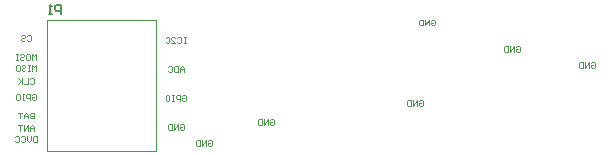
<source format=gbo>
G04*
G04 #@! TF.GenerationSoftware,Altium Limited,Altium Designer,18.1.7 (191)*
G04*
G04 Layer_Color=32896*
%FSLAX25Y25*%
%MOIN*%
G70*
G01*
G75*
%ADD16C,0.00394*%
%ADD19C,0.00700*%
D16*
X68405Y63957D02*
Y107579D01*
X31988Y63957D02*
X68405D01*
X31988D02*
Y107579D01*
X68405D01*
X28740Y68700D02*
Y66732D01*
X27756D01*
X27428Y67060D01*
Y68372D01*
X27756Y68700D01*
X28740D01*
X26772D02*
Y67388D01*
X26116Y66732D01*
X25460Y67388D01*
Y68700D01*
X23493Y68372D02*
X23821Y68700D01*
X24476D01*
X24804Y68372D01*
Y67060D01*
X24476Y66732D01*
X23821D01*
X23493Y67060D01*
X21525Y68372D02*
X21853Y68700D01*
X22509D01*
X22837Y68372D01*
Y67060D01*
X22509Y66732D01*
X21853D01*
X21525Y67060D01*
X27756Y70669D02*
Y71981D01*
X27100Y72637D01*
X26444Y71981D01*
Y70669D01*
Y71653D01*
X27756D01*
X25788Y70669D02*
Y72637D01*
X24476Y70669D01*
Y72637D01*
X23821D02*
X22509D01*
X23165D01*
Y70669D01*
X27756Y76673D02*
Y74705D01*
X26772D01*
X26444Y75033D01*
Y75361D01*
X26772Y75689D01*
X27756D01*
X26772D01*
X26444Y76017D01*
Y76345D01*
X26772Y76673D01*
X27756D01*
X25788Y74705D02*
Y76017D01*
X25132Y76673D01*
X24476Y76017D01*
Y74705D01*
Y75689D01*
X25788D01*
X23821Y76673D02*
X22509D01*
X23165D01*
Y74705D01*
X26444Y87959D02*
X26772Y88287D01*
X27428D01*
X27756Y87959D01*
Y86647D01*
X27428Y86319D01*
X26772D01*
X26444Y86647D01*
X25788Y88287D02*
Y86319D01*
X24476D01*
X23821Y88287D02*
Y86319D01*
Y86975D01*
X22509Y88287D01*
X23493Y87303D01*
X22509Y86319D01*
X28576Y90453D02*
Y92421D01*
X27920Y91765D01*
X27264Y92421D01*
Y90453D01*
X26608Y92421D02*
X25952D01*
X26280D01*
Y90453D01*
X26608D01*
X25952D01*
X23656Y92093D02*
X23984Y92421D01*
X24641D01*
X24968Y92093D01*
Y91765D01*
X24641Y91437D01*
X23984D01*
X23656Y91109D01*
Y90781D01*
X23984Y90453D01*
X24641D01*
X24968Y90781D01*
X22017Y92421D02*
X22673D01*
X23001Y92093D01*
Y90781D01*
X22673Y90453D01*
X22017D01*
X21689Y90781D01*
Y92093D01*
X22017Y92421D01*
X28412Y94193D02*
Y96161D01*
X27756Y95505D01*
X27100Y96161D01*
Y94193D01*
X25460Y96161D02*
X26116D01*
X26444Y95833D01*
Y94521D01*
X26116Y94193D01*
X25460D01*
X25132Y94521D01*
Y95833D01*
X25460Y96161D01*
X23165Y95833D02*
X23493Y96161D01*
X24148D01*
X24476Y95833D01*
Y95505D01*
X24148Y95177D01*
X23493D01*
X23165Y94849D01*
Y94521D01*
X23493Y94193D01*
X24148D01*
X24476Y94521D01*
X22509Y96161D02*
X21853D01*
X22181D01*
Y94193D01*
X22509D01*
X21853D01*
X78543Y101771D02*
X77887D01*
X78215D01*
Y99803D01*
X78543D01*
X77887D01*
X75591Y101443D02*
X75920Y101771D01*
X76575D01*
X76903Y101443D01*
Y100131D01*
X76575Y99803D01*
X75920D01*
X75591Y100131D01*
X73624Y99803D02*
X74936D01*
X73624Y101115D01*
Y101443D01*
X73952Y101771D01*
X74608D01*
X74936Y101443D01*
X71656D02*
X71984Y101771D01*
X72640D01*
X72968Y101443D01*
Y100131D01*
X72640Y99803D01*
X71984D01*
X71656Y100131D01*
X77723Y90125D02*
Y91437D01*
X77067Y92093D01*
X76411Y91437D01*
Y90125D01*
Y91109D01*
X77723D01*
X75756Y92093D02*
Y90125D01*
X74772D01*
X74444Y90453D01*
Y91764D01*
X74772Y92093D01*
X75756D01*
X72476Y91764D02*
X72804Y92093D01*
X73460D01*
X73788Y91764D01*
Y90453D01*
X73460Y90125D01*
X72804D01*
X72476Y90453D01*
X77231Y82086D02*
X77559Y82414D01*
X78215D01*
X78543Y82086D01*
Y80774D01*
X78215Y80446D01*
X77559D01*
X77231Y80774D01*
Y81430D01*
X77887D01*
X76575Y80446D02*
Y82414D01*
X75591D01*
X75264Y82086D01*
Y81430D01*
X75591Y81102D01*
X76575D01*
X74608Y82414D02*
X73952D01*
X74280D01*
Y80446D01*
X74608D01*
X73952D01*
X71984Y82414D02*
X72640D01*
X72968Y82086D01*
Y80774D01*
X72640Y80446D01*
X71984D01*
X71656Y80774D01*
Y82086D01*
X71984Y82414D01*
X76411Y72408D02*
X76739Y72736D01*
X77395D01*
X77723Y72408D01*
Y71096D01*
X77395Y70768D01*
X76739D01*
X76411Y71096D01*
Y71752D01*
X77067D01*
X75756Y70768D02*
Y72736D01*
X74444Y70768D01*
Y72736D01*
X73788D02*
Y70768D01*
X72804D01*
X72476Y71096D01*
Y72408D01*
X72804Y72736D01*
X73788D01*
X25460Y102230D02*
X25788Y102558D01*
X26444D01*
X26772Y102230D01*
Y100918D01*
X26444Y100591D01*
X25788D01*
X25460Y100918D01*
X23493Y102230D02*
X23821Y102558D01*
X24476D01*
X24804Y102230D01*
Y101902D01*
X24476Y101575D01*
X23821D01*
X23493Y101247D01*
Y100918D01*
X23821Y100591D01*
X24476D01*
X24804Y100918D01*
X27264Y82447D02*
X27592Y82775D01*
X28248D01*
X28576Y82447D01*
Y81135D01*
X28248Y80807D01*
X27592D01*
X27264Y81135D01*
Y81791D01*
X27920D01*
X26608Y80807D02*
Y82775D01*
X25624D01*
X25296Y82447D01*
Y81791D01*
X25624Y81463D01*
X26608D01*
X24641Y82775D02*
X23984D01*
X24313D01*
Y80807D01*
X24641D01*
X23984D01*
X22017Y82775D02*
X22673D01*
X23001Y82447D01*
Y81135D01*
X22673Y80807D01*
X22017D01*
X21689Y81135D01*
Y82447D01*
X22017Y82775D01*
X213550Y93175D02*
X213878Y93503D01*
X214534D01*
X214862Y93175D01*
Y91863D01*
X214534Y91535D01*
X213878D01*
X213550Y91863D01*
Y92519D01*
X214206D01*
X212894Y91535D02*
Y93503D01*
X211582Y91535D01*
Y93503D01*
X210927D02*
Y91535D01*
X209943D01*
X209615Y91863D01*
Y93175D01*
X209943Y93503D01*
X210927D01*
X188353Y98589D02*
X188681Y98917D01*
X189337D01*
X189665Y98589D01*
Y97277D01*
X189337Y96949D01*
X188681D01*
X188353Y97277D01*
Y97933D01*
X189009D01*
X187698Y96949D02*
Y98917D01*
X186386Y96949D01*
Y98917D01*
X185730D02*
Y96949D01*
X184746D01*
X184418Y97277D01*
Y98589D01*
X184746Y98917D01*
X185730D01*
X160105Y107349D02*
X160433Y107676D01*
X161089D01*
X161417Y107349D01*
Y106037D01*
X161089Y105709D01*
X160433D01*
X160105Y106037D01*
Y106693D01*
X160761D01*
X159450Y105709D02*
Y107676D01*
X158138Y105709D01*
Y107676D01*
X157482D02*
Y105709D01*
X156498D01*
X156170Y106037D01*
Y107349D01*
X156498Y107676D01*
X157482D01*
X106562Y74081D02*
X106890Y74409D01*
X107546D01*
X107874Y74081D01*
Y72769D01*
X107546Y72441D01*
X106890D01*
X106562Y72769D01*
Y73425D01*
X107218D01*
X105906Y72441D02*
Y74409D01*
X104594Y72441D01*
Y74409D01*
X103938D02*
Y72441D01*
X102954D01*
X102626Y72769D01*
Y74081D01*
X102954Y74409D01*
X103938D01*
X156188Y80642D02*
X156516Y80969D01*
X157172D01*
X157500Y80642D01*
Y79330D01*
X157172Y79002D01*
X156516D01*
X156188Y79330D01*
Y79985D01*
X156844D01*
X155532Y79002D02*
Y80969D01*
X154220Y79002D01*
Y80969D01*
X153564D02*
Y79002D01*
X152580D01*
X152252Y79330D01*
Y80642D01*
X152580Y80969D01*
X153564D01*
X85893Y67093D02*
X86221Y67421D01*
X86877D01*
X87205Y67093D01*
Y65781D01*
X86877Y65453D01*
X86221D01*
X85893Y65781D01*
Y66437D01*
X86549D01*
X85237Y65453D02*
Y67421D01*
X83925Y65453D01*
Y67421D01*
X83269D02*
Y65453D01*
X82285D01*
X81957Y65781D01*
Y67093D01*
X82285Y67421D01*
X83269D01*
D19*
X36811Y109547D02*
Y112546D01*
X35311D01*
X34812Y112046D01*
Y111047D01*
X35311Y110547D01*
X36811D01*
X33812Y109547D02*
X32812D01*
X33312D01*
Y112546D01*
X33812Y112046D01*
M02*

</source>
